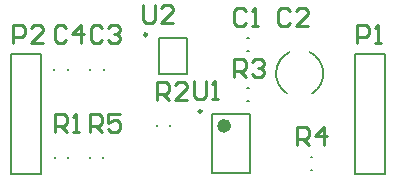
<source format=gto>
G04*
G04 #@! TF.GenerationSoftware,Altium Limited,Altium Designer,18.0.12 (696)*
G04*
G04 Layer_Color=65535*
%FSLAX25Y25*%
%MOIN*%
G70*
G01*
G75*
%ADD10C,0.00984*%
%ADD11C,0.02362*%
%ADD12C,0.00787*%
%ADD13C,0.01000*%
D10*
X163126Y171307D02*
G03*
X163126Y171307I-492J0D01*
G01*
X181311Y145748D02*
G03*
X181311Y145748I-492J0D01*
G01*
D11*
X189972Y140905D02*
G03*
X189972Y140905I-1181J0D01*
G01*
D12*
X210726Y165509D02*
G03*
X209768Y151708I3274J-7161D01*
G01*
X218232D02*
G03*
X217274Y165509I-4232J6640D01*
G01*
X167260Y158118D02*
X176315D01*
X167260Y170323D02*
X176315D01*
Y158118D02*
Y170323D01*
X167260Y158118D02*
Y170323D01*
X184854Y125157D02*
X197453D01*
X184854Y144843D02*
X197453D01*
Y125157D02*
Y144843D01*
X184854Y125157D02*
Y144843D01*
X136650Y130079D02*
Y130472D01*
X132319Y130079D02*
Y130472D01*
X196591Y153386D02*
X196984D01*
X196591Y149055D02*
X196984D01*
X166335Y140803D02*
Y141197D01*
X170665Y140803D02*
Y141197D01*
X217650Y130665D02*
X218043D01*
X217650Y126335D02*
X218043D01*
X148453Y130020D02*
Y130413D01*
X144122Y130020D02*
Y130413D01*
X232500Y125000D02*
X242500D01*
X232500D02*
Y165000D01*
X242500Y125000D02*
Y165000D01*
X232500D02*
X242500D01*
X117654Y125000D02*
X127654D01*
X117654D02*
Y165000D01*
X127654Y125000D02*
Y165000D01*
X117654D02*
X127654D01*
X196590Y165736D02*
X196984D01*
X196590Y170264D02*
X196984D01*
X132220Y159587D02*
Y159980D01*
X136748Y159587D02*
Y159980D01*
X144220Y159587D02*
Y159980D01*
X148748Y159587D02*
Y159980D01*
D13*
X161637Y181069D02*
Y176070D01*
X162637Y175071D01*
X164636D01*
X165636Y176070D01*
Y181069D01*
X171634Y175071D02*
X167636D01*
X171634Y179069D01*
Y180069D01*
X170634Y181069D01*
X168635D01*
X167636Y180069D01*
X178903Y155748D02*
Y150750D01*
X179903Y149750D01*
X181903D01*
X182902Y150750D01*
Y155748D01*
X184902Y149750D02*
X186901D01*
X185901D01*
Y155748D01*
X184902Y154748D01*
X144187Y138863D02*
Y144861D01*
X147186D01*
X148186Y143861D01*
Y141862D01*
X147186Y140862D01*
X144187D01*
X146187D02*
X148186Y138863D01*
X154184Y144861D02*
X150186D01*
Y141862D01*
X152185Y142862D01*
X153184D01*
X154184Y141862D01*
Y139863D01*
X153184Y138863D01*
X151185D01*
X150186Y139863D01*
X213196Y134550D02*
Y140548D01*
X216196D01*
X217195Y139548D01*
Y137549D01*
X216196Y136549D01*
X213196D01*
X215196D02*
X217195Y134550D01*
X222194D02*
Y140548D01*
X219195Y137549D01*
X223193D01*
X192137Y157271D02*
Y163268D01*
X195136D01*
X196136Y162269D01*
Y160269D01*
X195136Y159270D01*
X192137D01*
X194137D02*
X196136Y157271D01*
X198135Y162269D02*
X199135Y163268D01*
X201134D01*
X202134Y162269D01*
Y161269D01*
X201134Y160269D01*
X200135D01*
X201134D01*
X202134Y159270D01*
Y158270D01*
X201134Y157271D01*
X199135D01*
X198135Y158270D01*
X166400Y149600D02*
Y155598D01*
X169399D01*
X170399Y154598D01*
Y152599D01*
X169399Y151599D01*
X166400D01*
X168399D02*
X170399Y149600D01*
X176397D02*
X172398D01*
X176397Y153599D01*
Y154598D01*
X175397Y155598D01*
X173398D01*
X172398Y154598D01*
X132384Y138876D02*
Y144874D01*
X135383D01*
X136383Y143874D01*
Y141875D01*
X135383Y140875D01*
X132384D01*
X134384D02*
X136383Y138876D01*
X138382D02*
X140382D01*
X139382D01*
Y144874D01*
X138382Y143874D01*
X118304Y168350D02*
Y174348D01*
X121303D01*
X122302Y173348D01*
Y171349D01*
X121303Y170349D01*
X118304D01*
X128300Y168350D02*
X124302D01*
X128300Y172349D01*
Y173348D01*
X127301Y174348D01*
X125301D01*
X124302Y173348D01*
X233150Y168350D02*
Y174348D01*
X236149D01*
X237149Y173348D01*
Y171349D01*
X236149Y170349D01*
X233150D01*
X239148Y168350D02*
X241147D01*
X240148D01*
Y174348D01*
X239148Y173348D01*
X136283Y173432D02*
X135283Y174432D01*
X133284D01*
X132284Y173432D01*
Y169433D01*
X133284Y168434D01*
X135283D01*
X136283Y169433D01*
X141281Y168434D02*
Y174432D01*
X138282Y171433D01*
X142281D01*
X148283Y173382D02*
X147283Y174381D01*
X145284D01*
X144284Y173382D01*
Y169383D01*
X145284Y168384D01*
X147283D01*
X148283Y169383D01*
X150282Y173382D02*
X151282Y174381D01*
X153281D01*
X154281Y173382D01*
Y172382D01*
X153281Y171382D01*
X152282D01*
X153281D01*
X154281Y170383D01*
Y169383D01*
X153281Y168384D01*
X151282D01*
X150282Y169383D01*
X210699Y179246D02*
X209699Y180246D01*
X207700D01*
X206700Y179246D01*
Y175248D01*
X207700Y174248D01*
X209699D01*
X210699Y175248D01*
X216697Y174248D02*
X212698D01*
X216697Y178247D01*
Y179246D01*
X215697Y180246D01*
X213698D01*
X212698Y179246D01*
X196186Y179198D02*
X195186Y180198D01*
X193187D01*
X192187Y179198D01*
Y175200D01*
X193187Y174200D01*
X195186D01*
X196186Y175200D01*
X198186Y174200D02*
X200185D01*
X199185D01*
Y180198D01*
X198186Y179198D01*
M02*

</source>
